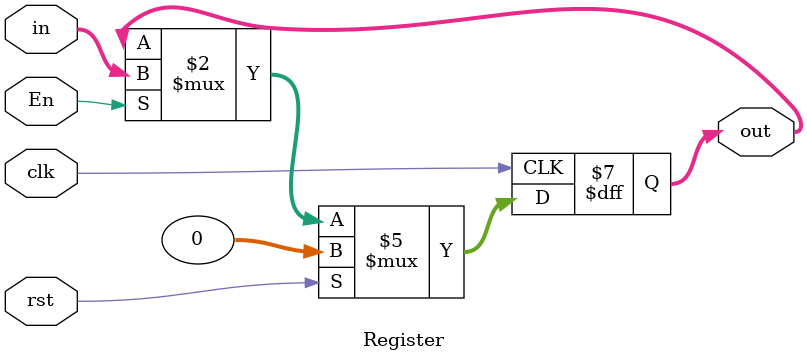
<source format=v>
module Register #(parameter WIDTH = 32)
(
    input wire               clk    ,
    input wire               rst    ,
    input wire               En     ,
    input wire  [WIDTH-1:0]  in     ,

    output reg  [WIDTH-1:0]  out
);

always @(posedge clk)
begin
    if(rst)
    begin
        out <= {WIDTH{1'b0}} ;
    end
    else if(En)
    begin
        out <= in ;
    end
end

endmodule
</source>
